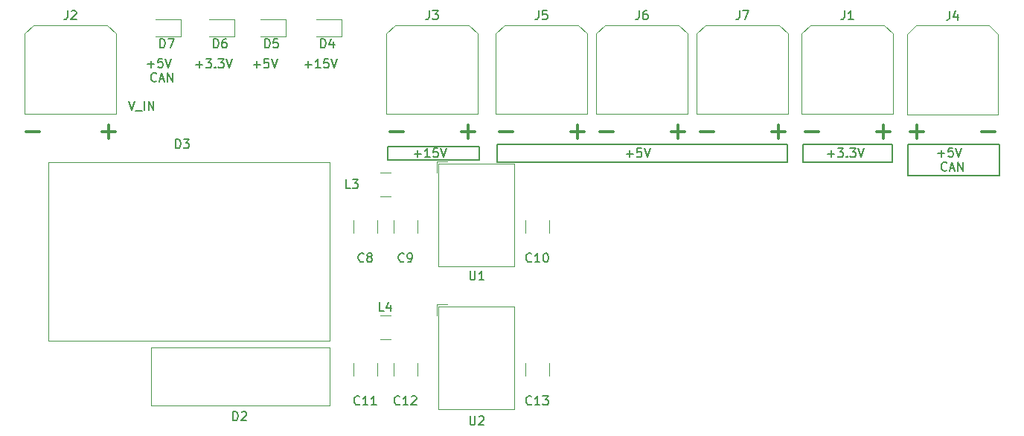
<source format=gbr>
%TF.GenerationSoftware,KiCad,Pcbnew,(6.0.1)*%
%TF.CreationDate,2022-06-01T15:29:54+03:00*%
%TF.ProjectId,Supply_Power,53757070-6c79-45f5-906f-7765722e6b69,rev?*%
%TF.SameCoordinates,Original*%
%TF.FileFunction,Legend,Top*%
%TF.FilePolarity,Positive*%
%FSLAX46Y46*%
G04 Gerber Fmt 4.6, Leading zero omitted, Abs format (unit mm)*
G04 Created by KiCad (PCBNEW (6.0.1)) date 2022-06-01 15:29:54*
%MOMM*%
%LPD*%
G01*
G04 APERTURE LIST*
%ADD10C,0.150000*%
%ADD11C,0.300000*%
%ADD12C,0.120000*%
G04 APERTURE END LIST*
D10*
X85852000Y-39370000D02*
X96266000Y-39370000D01*
X96266000Y-39370000D02*
X96266000Y-40894000D01*
X96266000Y-40894000D02*
X85852000Y-40894000D01*
X85852000Y-40894000D02*
X85852000Y-39370000D01*
X145034000Y-39116000D02*
X155448000Y-39116000D01*
X155448000Y-39116000D02*
X155448000Y-42672000D01*
X155448000Y-42672000D02*
X145034000Y-42672000D01*
X145034000Y-42672000D02*
X145034000Y-39116000D01*
X133096000Y-39116000D02*
X143256000Y-39116000D01*
X143256000Y-39116000D02*
X143256000Y-41148000D01*
X143256000Y-41148000D02*
X133096000Y-41148000D01*
X133096000Y-41148000D02*
X133096000Y-39116000D01*
X98298000Y-39116000D02*
X131318000Y-39116000D01*
X131318000Y-39116000D02*
X131318000Y-41148000D01*
X131318000Y-41148000D02*
X98298000Y-41148000D01*
X98298000Y-41148000D02*
X98298000Y-39116000D01*
D11*
X133350095Y-37734857D02*
X134873904Y-37734857D01*
X109982095Y-37734857D02*
X111505904Y-37734857D01*
X141478095Y-37734857D02*
X143001904Y-37734857D01*
X142240000Y-38496761D02*
X142240000Y-36972952D01*
X129540095Y-37734857D02*
X131063904Y-37734857D01*
X130302000Y-38496761D02*
X130302000Y-36972952D01*
D10*
X58531333Y-30000428D02*
X59293238Y-30000428D01*
X58912285Y-30381380D02*
X58912285Y-29619476D01*
X60245619Y-29381380D02*
X59769428Y-29381380D01*
X59721809Y-29857571D01*
X59769428Y-29809952D01*
X59864666Y-29762333D01*
X60102761Y-29762333D01*
X60198000Y-29809952D01*
X60245619Y-29857571D01*
X60293238Y-29952809D01*
X60293238Y-30190904D01*
X60245619Y-30286142D01*
X60198000Y-30333761D01*
X60102761Y-30381380D01*
X59864666Y-30381380D01*
X59769428Y-30333761D01*
X59721809Y-30286142D01*
X60578952Y-29381380D02*
X60912285Y-30381380D01*
X61245619Y-29381380D01*
X59555142Y-31896142D02*
X59507523Y-31943761D01*
X59364666Y-31991380D01*
X59269428Y-31991380D01*
X59126571Y-31943761D01*
X59031333Y-31848523D01*
X58983714Y-31753285D01*
X58936095Y-31562809D01*
X58936095Y-31419952D01*
X58983714Y-31229476D01*
X59031333Y-31134238D01*
X59126571Y-31039000D01*
X59269428Y-30991380D01*
X59364666Y-30991380D01*
X59507523Y-31039000D01*
X59555142Y-31086619D01*
X59936095Y-31705666D02*
X60412285Y-31705666D01*
X59840857Y-31991380D02*
X60174190Y-30991380D01*
X60507523Y-31991380D01*
X60840857Y-31991380D02*
X60840857Y-30991380D01*
X61412285Y-31991380D01*
X61412285Y-30991380D01*
D11*
X145288095Y-37734857D02*
X146811904Y-37734857D01*
X146050000Y-38496761D02*
X146050000Y-36972952D01*
D10*
X64040000Y-30043428D02*
X64801904Y-30043428D01*
X64420952Y-30424380D02*
X64420952Y-29662476D01*
X65182857Y-29424380D02*
X65801904Y-29424380D01*
X65468571Y-29805333D01*
X65611428Y-29805333D01*
X65706666Y-29852952D01*
X65754285Y-29900571D01*
X65801904Y-29995809D01*
X65801904Y-30233904D01*
X65754285Y-30329142D01*
X65706666Y-30376761D01*
X65611428Y-30424380D01*
X65325714Y-30424380D01*
X65230476Y-30376761D01*
X65182857Y-30329142D01*
X66230476Y-30329142D02*
X66278095Y-30376761D01*
X66230476Y-30424380D01*
X66182857Y-30376761D01*
X66230476Y-30329142D01*
X66230476Y-30424380D01*
X66611428Y-29424380D02*
X67230476Y-29424380D01*
X66897142Y-29805333D01*
X67040000Y-29805333D01*
X67135238Y-29852952D01*
X67182857Y-29900571D01*
X67230476Y-29995809D01*
X67230476Y-30233904D01*
X67182857Y-30329142D01*
X67135238Y-30376761D01*
X67040000Y-30424380D01*
X66754285Y-30424380D01*
X66659047Y-30376761D01*
X66611428Y-30329142D01*
X67516190Y-29424380D02*
X67849523Y-30424380D01*
X68182857Y-29424380D01*
X148447333Y-40160428D02*
X149209238Y-40160428D01*
X148828285Y-40541380D02*
X148828285Y-39779476D01*
X150161619Y-39541380D02*
X149685428Y-39541380D01*
X149637809Y-40017571D01*
X149685428Y-39969952D01*
X149780666Y-39922333D01*
X150018761Y-39922333D01*
X150114000Y-39969952D01*
X150161619Y-40017571D01*
X150209238Y-40112809D01*
X150209238Y-40350904D01*
X150161619Y-40446142D01*
X150114000Y-40493761D01*
X150018761Y-40541380D01*
X149780666Y-40541380D01*
X149685428Y-40493761D01*
X149637809Y-40446142D01*
X150494952Y-39541380D02*
X150828285Y-40541380D01*
X151161619Y-39541380D01*
X149471142Y-42056142D02*
X149423523Y-42103761D01*
X149280666Y-42151380D01*
X149185428Y-42151380D01*
X149042571Y-42103761D01*
X148947333Y-42008523D01*
X148899714Y-41913285D01*
X148852095Y-41722809D01*
X148852095Y-41579952D01*
X148899714Y-41389476D01*
X148947333Y-41294238D01*
X149042571Y-41199000D01*
X149185428Y-41151380D01*
X149280666Y-41151380D01*
X149423523Y-41199000D01*
X149471142Y-41246619D01*
X149852095Y-41865666D02*
X150328285Y-41865666D01*
X149756857Y-42151380D02*
X150090190Y-41151380D01*
X150423523Y-42151380D01*
X150756857Y-42151380D02*
X150756857Y-41151380D01*
X151328285Y-42151380D01*
X151328285Y-41151380D01*
X56435809Y-34250380D02*
X56769142Y-35250380D01*
X57102476Y-34250380D01*
X57197714Y-35345619D02*
X57959619Y-35345619D01*
X58197714Y-35250380D02*
X58197714Y-34250380D01*
X58673904Y-35250380D02*
X58673904Y-34250380D01*
X59245333Y-35250380D01*
X59245333Y-34250380D01*
D11*
X94234095Y-37734857D02*
X95757904Y-37734857D01*
X94996000Y-38496761D02*
X94996000Y-36972952D01*
X98552095Y-37734857D02*
X100075904Y-37734857D01*
D10*
X88916095Y-40203428D02*
X89678000Y-40203428D01*
X89297047Y-40584380D02*
X89297047Y-39822476D01*
X90678000Y-40584380D02*
X90106571Y-40584380D01*
X90392285Y-40584380D02*
X90392285Y-39584380D01*
X90297047Y-39727238D01*
X90201809Y-39822476D01*
X90106571Y-39870095D01*
X91582761Y-39584380D02*
X91106571Y-39584380D01*
X91058952Y-40060571D01*
X91106571Y-40012952D01*
X91201809Y-39965333D01*
X91439904Y-39965333D01*
X91535142Y-40012952D01*
X91582761Y-40060571D01*
X91630380Y-40155809D01*
X91630380Y-40393904D01*
X91582761Y-40489142D01*
X91535142Y-40536761D01*
X91439904Y-40584380D01*
X91201809Y-40584380D01*
X91106571Y-40536761D01*
X91058952Y-40489142D01*
X91916095Y-39584380D02*
X92249428Y-40584380D01*
X92582761Y-39584380D01*
X113014285Y-40203428D02*
X113776190Y-40203428D01*
X113395238Y-40584380D02*
X113395238Y-39822476D01*
X114728571Y-39584380D02*
X114252380Y-39584380D01*
X114204761Y-40060571D01*
X114252380Y-40012952D01*
X114347619Y-39965333D01*
X114585714Y-39965333D01*
X114680952Y-40012952D01*
X114728571Y-40060571D01*
X114776190Y-40155809D01*
X114776190Y-40393904D01*
X114728571Y-40489142D01*
X114680952Y-40536761D01*
X114585714Y-40584380D01*
X114347619Y-40584380D01*
X114252380Y-40536761D01*
X114204761Y-40489142D01*
X115061904Y-39584380D02*
X115395238Y-40584380D01*
X115728571Y-39584380D01*
X70596285Y-30043428D02*
X71358190Y-30043428D01*
X70977238Y-30424380D02*
X70977238Y-29662476D01*
X72310571Y-29424380D02*
X71834380Y-29424380D01*
X71786761Y-29900571D01*
X71834380Y-29852952D01*
X71929619Y-29805333D01*
X72167714Y-29805333D01*
X72262952Y-29852952D01*
X72310571Y-29900571D01*
X72358190Y-29995809D01*
X72358190Y-30233904D01*
X72310571Y-30329142D01*
X72262952Y-30376761D01*
X72167714Y-30424380D01*
X71929619Y-30424380D01*
X71834380Y-30376761D01*
X71786761Y-30329142D01*
X72643904Y-29424380D02*
X72977238Y-30424380D01*
X73310571Y-29424380D01*
D11*
X153416095Y-37734857D02*
X154939904Y-37734857D01*
X53340095Y-37734857D02*
X54863904Y-37734857D01*
X54102000Y-38496761D02*
X54102000Y-36972952D01*
X106680095Y-37734857D02*
X108203904Y-37734857D01*
X107442000Y-38496761D02*
X107442000Y-36972952D01*
X86106095Y-37734857D02*
X87629904Y-37734857D01*
D10*
X76470095Y-30043428D02*
X77232000Y-30043428D01*
X76851047Y-30424380D02*
X76851047Y-29662476D01*
X78232000Y-30424380D02*
X77660571Y-30424380D01*
X77946285Y-30424380D02*
X77946285Y-29424380D01*
X77851047Y-29567238D01*
X77755809Y-29662476D01*
X77660571Y-29710095D01*
X79136761Y-29424380D02*
X78660571Y-29424380D01*
X78612952Y-29900571D01*
X78660571Y-29852952D01*
X78755809Y-29805333D01*
X78993904Y-29805333D01*
X79089142Y-29852952D01*
X79136761Y-29900571D01*
X79184380Y-29995809D01*
X79184380Y-30233904D01*
X79136761Y-30329142D01*
X79089142Y-30376761D01*
X78993904Y-30424380D01*
X78755809Y-30424380D01*
X78660571Y-30376761D01*
X78612952Y-30329142D01*
X79470095Y-29424380D02*
X79803428Y-30424380D01*
X80136761Y-29424380D01*
X135922000Y-40203428D02*
X136683904Y-40203428D01*
X136302952Y-40584380D02*
X136302952Y-39822476D01*
X137064857Y-39584380D02*
X137683904Y-39584380D01*
X137350571Y-39965333D01*
X137493428Y-39965333D01*
X137588666Y-40012952D01*
X137636285Y-40060571D01*
X137683904Y-40155809D01*
X137683904Y-40393904D01*
X137636285Y-40489142D01*
X137588666Y-40536761D01*
X137493428Y-40584380D01*
X137207714Y-40584380D01*
X137112476Y-40536761D01*
X137064857Y-40489142D01*
X138112476Y-40489142D02*
X138160095Y-40536761D01*
X138112476Y-40584380D01*
X138064857Y-40536761D01*
X138112476Y-40489142D01*
X138112476Y-40584380D01*
X138493428Y-39584380D02*
X139112476Y-39584380D01*
X138779142Y-39965333D01*
X138922000Y-39965333D01*
X139017238Y-40012952D01*
X139064857Y-40060571D01*
X139112476Y-40155809D01*
X139112476Y-40393904D01*
X139064857Y-40489142D01*
X139017238Y-40536761D01*
X138922000Y-40584380D01*
X138636285Y-40584380D01*
X138541047Y-40536761D01*
X138493428Y-40489142D01*
X139398190Y-39584380D02*
X139731523Y-40584380D01*
X140064857Y-39584380D01*
D11*
X44704095Y-37734857D02*
X46227904Y-37734857D01*
X121412095Y-37734857D02*
X122935904Y-37734857D01*
X118110095Y-37734857D02*
X119633904Y-37734857D01*
X118872000Y-38496761D02*
X118872000Y-36972952D01*
D10*
%TO.C,J7*%
X125904666Y-23921380D02*
X125904666Y-24635666D01*
X125857047Y-24778523D01*
X125761809Y-24873761D01*
X125618952Y-24921380D01*
X125523714Y-24921380D01*
X126285619Y-23921380D02*
X126952285Y-23921380D01*
X126523714Y-24921380D01*
%TO.C,D6*%
X66063904Y-28138380D02*
X66063904Y-27138380D01*
X66302000Y-27138380D01*
X66444857Y-27186000D01*
X66540095Y-27281238D01*
X66587714Y-27376476D01*
X66635333Y-27566952D01*
X66635333Y-27709809D01*
X66587714Y-27900285D01*
X66540095Y-27995523D01*
X66444857Y-28090761D01*
X66302000Y-28138380D01*
X66063904Y-28138380D01*
X67492476Y-27138380D02*
X67302000Y-27138380D01*
X67206761Y-27186000D01*
X67159142Y-27233619D01*
X67063904Y-27376476D01*
X67016285Y-27566952D01*
X67016285Y-27947904D01*
X67063904Y-28043142D01*
X67111523Y-28090761D01*
X67206761Y-28138380D01*
X67397238Y-28138380D01*
X67492476Y-28090761D01*
X67540095Y-28043142D01*
X67587714Y-27947904D01*
X67587714Y-27709809D01*
X67540095Y-27614571D01*
X67492476Y-27566952D01*
X67397238Y-27519333D01*
X67206761Y-27519333D01*
X67111523Y-27566952D01*
X67063904Y-27614571D01*
X67016285Y-27709809D01*
%TO.C,D3*%
X61747904Y-39568380D02*
X61747904Y-38568380D01*
X61986000Y-38568380D01*
X62128857Y-38616000D01*
X62224095Y-38711238D01*
X62271714Y-38806476D01*
X62319333Y-38996952D01*
X62319333Y-39139809D01*
X62271714Y-39330285D01*
X62224095Y-39425523D01*
X62128857Y-39520761D01*
X61986000Y-39568380D01*
X61747904Y-39568380D01*
X62652666Y-38568380D02*
X63271714Y-38568380D01*
X62938380Y-38949333D01*
X63081238Y-38949333D01*
X63176476Y-38996952D01*
X63224095Y-39044571D01*
X63271714Y-39139809D01*
X63271714Y-39377904D01*
X63224095Y-39473142D01*
X63176476Y-39520761D01*
X63081238Y-39568380D01*
X62795523Y-39568380D01*
X62700285Y-39520761D01*
X62652666Y-39473142D01*
%TO.C,J3*%
X90598666Y-23921380D02*
X90598666Y-24635666D01*
X90551047Y-24778523D01*
X90455809Y-24873761D01*
X90312952Y-24921380D01*
X90217714Y-24921380D01*
X90979619Y-23921380D02*
X91598666Y-23921380D01*
X91265333Y-24302333D01*
X91408190Y-24302333D01*
X91503428Y-24349952D01*
X91551047Y-24397571D01*
X91598666Y-24492809D01*
X91598666Y-24730904D01*
X91551047Y-24826142D01*
X91503428Y-24873761D01*
X91408190Y-24921380D01*
X91122476Y-24921380D01*
X91027238Y-24873761D01*
X90979619Y-24826142D01*
%TO.C,J5*%
X103044666Y-23921380D02*
X103044666Y-24635666D01*
X102997047Y-24778523D01*
X102901809Y-24873761D01*
X102758952Y-24921380D01*
X102663714Y-24921380D01*
X103997047Y-23921380D02*
X103520857Y-23921380D01*
X103473238Y-24397571D01*
X103520857Y-24349952D01*
X103616095Y-24302333D01*
X103854190Y-24302333D01*
X103949428Y-24349952D01*
X103997047Y-24397571D01*
X104044666Y-24492809D01*
X104044666Y-24730904D01*
X103997047Y-24826142D01*
X103949428Y-24873761D01*
X103854190Y-24921380D01*
X103616095Y-24921380D01*
X103520857Y-24873761D01*
X103473238Y-24826142D01*
%TO.C,C8*%
X83145333Y-52427142D02*
X83097714Y-52474761D01*
X82954857Y-52522380D01*
X82859619Y-52522380D01*
X82716761Y-52474761D01*
X82621523Y-52379523D01*
X82573904Y-52284285D01*
X82526285Y-52093809D01*
X82526285Y-51950952D01*
X82573904Y-51760476D01*
X82621523Y-51665238D01*
X82716761Y-51570000D01*
X82859619Y-51522380D01*
X82954857Y-51522380D01*
X83097714Y-51570000D01*
X83145333Y-51617619D01*
X83716761Y-51950952D02*
X83621523Y-51903333D01*
X83573904Y-51855714D01*
X83526285Y-51760476D01*
X83526285Y-51712857D01*
X83573904Y-51617619D01*
X83621523Y-51570000D01*
X83716761Y-51522380D01*
X83907238Y-51522380D01*
X84002476Y-51570000D01*
X84050095Y-51617619D01*
X84097714Y-51712857D01*
X84097714Y-51760476D01*
X84050095Y-51855714D01*
X84002476Y-51903333D01*
X83907238Y-51950952D01*
X83716761Y-51950952D01*
X83621523Y-51998571D01*
X83573904Y-52046190D01*
X83526285Y-52141428D01*
X83526285Y-52331904D01*
X83573904Y-52427142D01*
X83621523Y-52474761D01*
X83716761Y-52522380D01*
X83907238Y-52522380D01*
X84002476Y-52474761D01*
X84050095Y-52427142D01*
X84097714Y-52331904D01*
X84097714Y-52141428D01*
X84050095Y-52046190D01*
X84002476Y-51998571D01*
X83907238Y-51950952D01*
%TO.C,C12*%
X87241142Y-68683142D02*
X87193523Y-68730761D01*
X87050666Y-68778380D01*
X86955428Y-68778380D01*
X86812571Y-68730761D01*
X86717333Y-68635523D01*
X86669714Y-68540285D01*
X86622095Y-68349809D01*
X86622095Y-68206952D01*
X86669714Y-68016476D01*
X86717333Y-67921238D01*
X86812571Y-67826000D01*
X86955428Y-67778380D01*
X87050666Y-67778380D01*
X87193523Y-67826000D01*
X87241142Y-67873619D01*
X88193523Y-68778380D02*
X87622095Y-68778380D01*
X87907809Y-68778380D02*
X87907809Y-67778380D01*
X87812571Y-67921238D01*
X87717333Y-68016476D01*
X87622095Y-68064095D01*
X88574476Y-67873619D02*
X88622095Y-67826000D01*
X88717333Y-67778380D01*
X88955428Y-67778380D01*
X89050666Y-67826000D01*
X89098285Y-67873619D01*
X89145904Y-67968857D01*
X89145904Y-68064095D01*
X89098285Y-68206952D01*
X88526857Y-68778380D01*
X89145904Y-68778380D01*
%TO.C,D4*%
X78255904Y-28138380D02*
X78255904Y-27138380D01*
X78494000Y-27138380D01*
X78636857Y-27186000D01*
X78732095Y-27281238D01*
X78779714Y-27376476D01*
X78827333Y-27566952D01*
X78827333Y-27709809D01*
X78779714Y-27900285D01*
X78732095Y-27995523D01*
X78636857Y-28090761D01*
X78494000Y-28138380D01*
X78255904Y-28138380D01*
X79684476Y-27471714D02*
X79684476Y-28138380D01*
X79446380Y-27090761D02*
X79208285Y-27805047D01*
X79827333Y-27805047D01*
%TO.C,U2*%
X95250095Y-70064380D02*
X95250095Y-70873904D01*
X95297714Y-70969142D01*
X95345333Y-71016761D01*
X95440571Y-71064380D01*
X95631047Y-71064380D01*
X95726285Y-71016761D01*
X95773904Y-70969142D01*
X95821523Y-70873904D01*
X95821523Y-70064380D01*
X96250095Y-70159619D02*
X96297714Y-70112000D01*
X96392952Y-70064380D01*
X96631047Y-70064380D01*
X96726285Y-70112000D01*
X96773904Y-70159619D01*
X96821523Y-70254857D01*
X96821523Y-70350095D01*
X96773904Y-70492952D01*
X96202476Y-71064380D01*
X96821523Y-71064380D01*
%TO.C,C9*%
X87717333Y-52427142D02*
X87669714Y-52474761D01*
X87526857Y-52522380D01*
X87431619Y-52522380D01*
X87288761Y-52474761D01*
X87193523Y-52379523D01*
X87145904Y-52284285D01*
X87098285Y-52093809D01*
X87098285Y-51950952D01*
X87145904Y-51760476D01*
X87193523Y-51665238D01*
X87288761Y-51570000D01*
X87431619Y-51522380D01*
X87526857Y-51522380D01*
X87669714Y-51570000D01*
X87717333Y-51617619D01*
X88193523Y-52522380D02*
X88384000Y-52522380D01*
X88479238Y-52474761D01*
X88526857Y-52427142D01*
X88622095Y-52284285D01*
X88669714Y-52093809D01*
X88669714Y-51712857D01*
X88622095Y-51617619D01*
X88574476Y-51570000D01*
X88479238Y-51522380D01*
X88288761Y-51522380D01*
X88193523Y-51570000D01*
X88145904Y-51617619D01*
X88098285Y-51712857D01*
X88098285Y-51950952D01*
X88145904Y-52046190D01*
X88193523Y-52093809D01*
X88288761Y-52141428D01*
X88479238Y-52141428D01*
X88574476Y-52093809D01*
X88622095Y-52046190D01*
X88669714Y-51950952D01*
%TO.C,C13*%
X102227142Y-68683142D02*
X102179523Y-68730761D01*
X102036666Y-68778380D01*
X101941428Y-68778380D01*
X101798571Y-68730761D01*
X101703333Y-68635523D01*
X101655714Y-68540285D01*
X101608095Y-68349809D01*
X101608095Y-68206952D01*
X101655714Y-68016476D01*
X101703333Y-67921238D01*
X101798571Y-67826000D01*
X101941428Y-67778380D01*
X102036666Y-67778380D01*
X102179523Y-67826000D01*
X102227142Y-67873619D01*
X103179523Y-68778380D02*
X102608095Y-68778380D01*
X102893809Y-68778380D02*
X102893809Y-67778380D01*
X102798571Y-67921238D01*
X102703333Y-68016476D01*
X102608095Y-68064095D01*
X103512857Y-67778380D02*
X104131904Y-67778380D01*
X103798571Y-68159333D01*
X103941428Y-68159333D01*
X104036666Y-68206952D01*
X104084285Y-68254571D01*
X104131904Y-68349809D01*
X104131904Y-68587904D01*
X104084285Y-68683142D01*
X104036666Y-68730761D01*
X103941428Y-68778380D01*
X103655714Y-68778380D01*
X103560476Y-68730761D01*
X103512857Y-68683142D01*
%TO.C,D2*%
X68286904Y-70556380D02*
X68286904Y-69556380D01*
X68525000Y-69556380D01*
X68667857Y-69604000D01*
X68763095Y-69699238D01*
X68810714Y-69794476D01*
X68858333Y-69984952D01*
X68858333Y-70127809D01*
X68810714Y-70318285D01*
X68763095Y-70413523D01*
X68667857Y-70508761D01*
X68525000Y-70556380D01*
X68286904Y-70556380D01*
X69239285Y-69651619D02*
X69286904Y-69604000D01*
X69382142Y-69556380D01*
X69620238Y-69556380D01*
X69715476Y-69604000D01*
X69763095Y-69651619D01*
X69810714Y-69746857D01*
X69810714Y-69842095D01*
X69763095Y-69984952D01*
X69191666Y-70556380D01*
X69810714Y-70556380D01*
%TO.C,U1*%
X95250095Y-53554380D02*
X95250095Y-54363904D01*
X95297714Y-54459142D01*
X95345333Y-54506761D01*
X95440571Y-54554380D01*
X95631047Y-54554380D01*
X95726285Y-54506761D01*
X95773904Y-54459142D01*
X95821523Y-54363904D01*
X95821523Y-53554380D01*
X96821523Y-54554380D02*
X96250095Y-54554380D01*
X96535809Y-54554380D02*
X96535809Y-53554380D01*
X96440571Y-53697238D01*
X96345333Y-53792476D01*
X96250095Y-53840095D01*
%TO.C,D7*%
X59967904Y-28138380D02*
X59967904Y-27138380D01*
X60206000Y-27138380D01*
X60348857Y-27186000D01*
X60444095Y-27281238D01*
X60491714Y-27376476D01*
X60539333Y-27566952D01*
X60539333Y-27709809D01*
X60491714Y-27900285D01*
X60444095Y-27995523D01*
X60348857Y-28090761D01*
X60206000Y-28138380D01*
X59967904Y-28138380D01*
X60872666Y-27138380D02*
X61539333Y-27138380D01*
X61110761Y-28138380D01*
%TO.C,J1*%
X137842666Y-23921380D02*
X137842666Y-24635666D01*
X137795047Y-24778523D01*
X137699809Y-24873761D01*
X137556952Y-24921380D01*
X137461714Y-24921380D01*
X138842666Y-24921380D02*
X138271238Y-24921380D01*
X138556952Y-24921380D02*
X138556952Y-23921380D01*
X138461714Y-24064238D01*
X138366476Y-24159476D01*
X138271238Y-24207095D01*
%TO.C,J2*%
X49450666Y-23921380D02*
X49450666Y-24635666D01*
X49403047Y-24778523D01*
X49307809Y-24873761D01*
X49164952Y-24921380D01*
X49069714Y-24921380D01*
X49879238Y-24016619D02*
X49926857Y-23969000D01*
X50022095Y-23921380D01*
X50260190Y-23921380D01*
X50355428Y-23969000D01*
X50403047Y-24016619D01*
X50450666Y-24111857D01*
X50450666Y-24207095D01*
X50403047Y-24349952D01*
X49831619Y-24921380D01*
X50450666Y-24921380D01*
%TO.C,J4*%
X149804666Y-23966380D02*
X149804666Y-24680666D01*
X149757047Y-24823523D01*
X149661809Y-24918761D01*
X149518952Y-24966380D01*
X149423714Y-24966380D01*
X150709428Y-24299714D02*
X150709428Y-24966380D01*
X150471333Y-23918761D02*
X150233238Y-24633047D01*
X150852285Y-24633047D01*
%TO.C,C10*%
X102227142Y-52427142D02*
X102179523Y-52474761D01*
X102036666Y-52522380D01*
X101941428Y-52522380D01*
X101798571Y-52474761D01*
X101703333Y-52379523D01*
X101655714Y-52284285D01*
X101608095Y-52093809D01*
X101608095Y-51950952D01*
X101655714Y-51760476D01*
X101703333Y-51665238D01*
X101798571Y-51570000D01*
X101941428Y-51522380D01*
X102036666Y-51522380D01*
X102179523Y-51570000D01*
X102227142Y-51617619D01*
X103179523Y-52522380D02*
X102608095Y-52522380D01*
X102893809Y-52522380D02*
X102893809Y-51522380D01*
X102798571Y-51665238D01*
X102703333Y-51760476D01*
X102608095Y-51808095D01*
X103798571Y-51522380D02*
X103893809Y-51522380D01*
X103989047Y-51570000D01*
X104036666Y-51617619D01*
X104084285Y-51712857D01*
X104131904Y-51903333D01*
X104131904Y-52141428D01*
X104084285Y-52331904D01*
X104036666Y-52427142D01*
X103989047Y-52474761D01*
X103893809Y-52522380D01*
X103798571Y-52522380D01*
X103703333Y-52474761D01*
X103655714Y-52427142D01*
X103608095Y-52331904D01*
X103560476Y-52141428D01*
X103560476Y-51903333D01*
X103608095Y-51712857D01*
X103655714Y-51617619D01*
X103703333Y-51570000D01*
X103798571Y-51522380D01*
%TO.C,L4*%
X85431333Y-58116380D02*
X84955142Y-58116380D01*
X84955142Y-57116380D01*
X86193238Y-57449714D02*
X86193238Y-58116380D01*
X85955142Y-57068761D02*
X85717047Y-57783047D01*
X86336095Y-57783047D01*
%TO.C,C11*%
X82669142Y-68683142D02*
X82621523Y-68730761D01*
X82478666Y-68778380D01*
X82383428Y-68778380D01*
X82240571Y-68730761D01*
X82145333Y-68635523D01*
X82097714Y-68540285D01*
X82050095Y-68349809D01*
X82050095Y-68206952D01*
X82097714Y-68016476D01*
X82145333Y-67921238D01*
X82240571Y-67826000D01*
X82383428Y-67778380D01*
X82478666Y-67778380D01*
X82621523Y-67826000D01*
X82669142Y-67873619D01*
X83621523Y-68778380D02*
X83050095Y-68778380D01*
X83335809Y-68778380D02*
X83335809Y-67778380D01*
X83240571Y-67921238D01*
X83145333Y-68016476D01*
X83050095Y-68064095D01*
X84573904Y-68778380D02*
X84002476Y-68778380D01*
X84288190Y-68778380D02*
X84288190Y-67778380D01*
X84192952Y-67921238D01*
X84097714Y-68016476D01*
X84002476Y-68064095D01*
%TO.C,D5*%
X71905904Y-28138380D02*
X71905904Y-27138380D01*
X72144000Y-27138380D01*
X72286857Y-27186000D01*
X72382095Y-27281238D01*
X72429714Y-27376476D01*
X72477333Y-27566952D01*
X72477333Y-27709809D01*
X72429714Y-27900285D01*
X72382095Y-27995523D01*
X72286857Y-28090761D01*
X72144000Y-28138380D01*
X71905904Y-28138380D01*
X73382095Y-27138380D02*
X72905904Y-27138380D01*
X72858285Y-27614571D01*
X72905904Y-27566952D01*
X73001142Y-27519333D01*
X73239238Y-27519333D01*
X73334476Y-27566952D01*
X73382095Y-27614571D01*
X73429714Y-27709809D01*
X73429714Y-27947904D01*
X73382095Y-28043142D01*
X73334476Y-28090761D01*
X73239238Y-28138380D01*
X73001142Y-28138380D01*
X72905904Y-28090761D01*
X72858285Y-28043142D01*
%TO.C,J6*%
X114474666Y-23921380D02*
X114474666Y-24635666D01*
X114427047Y-24778523D01*
X114331809Y-24873761D01*
X114188952Y-24921380D01*
X114093714Y-24921380D01*
X115379428Y-23921380D02*
X115188952Y-23921380D01*
X115093714Y-23969000D01*
X115046095Y-24016619D01*
X114950857Y-24159476D01*
X114903238Y-24349952D01*
X114903238Y-24730904D01*
X114950857Y-24826142D01*
X114998476Y-24873761D01*
X115093714Y-24921380D01*
X115284190Y-24921380D01*
X115379428Y-24873761D01*
X115427047Y-24826142D01*
X115474666Y-24730904D01*
X115474666Y-24492809D01*
X115427047Y-24397571D01*
X115379428Y-24349952D01*
X115284190Y-24302333D01*
X115093714Y-24302333D01*
X114998476Y-24349952D01*
X114950857Y-24397571D01*
X114903238Y-24492809D01*
%TO.C,L3*%
X81621333Y-44140380D02*
X81145142Y-44140380D01*
X81145142Y-43140380D01*
X81859428Y-43140380D02*
X82478476Y-43140380D01*
X82145142Y-43521333D01*
X82288000Y-43521333D01*
X82383238Y-43568952D01*
X82430857Y-43616571D01*
X82478476Y-43711809D01*
X82478476Y-43949904D01*
X82430857Y-44045142D01*
X82383238Y-44092761D01*
X82288000Y-44140380D01*
X82002285Y-44140380D01*
X81907047Y-44092761D01*
X81859428Y-44045142D01*
D12*
%TO.C,J7*%
X122053000Y-25559000D02*
X130423000Y-25559000D01*
X121053000Y-35689000D02*
X121053000Y-26559000D01*
X131423000Y-35689000D02*
X121053000Y-35689000D01*
X121053000Y-26559000D02*
X122053000Y-25559000D01*
X131423000Y-26559000D02*
X131423000Y-35689000D01*
X130423000Y-25559000D02*
X131423000Y-26559000D01*
%TO.C,D6*%
X68408000Y-24948000D02*
X65548000Y-24948000D01*
X65548000Y-26868000D02*
X68408000Y-26868000D01*
X68408000Y-26868000D02*
X68408000Y-24948000D01*
%TO.C,D3*%
X47246000Y-41148000D02*
X47246000Y-61468000D01*
X79246000Y-41148000D02*
X79246000Y-61468000D01*
X79246000Y-61468000D02*
X47246000Y-61468000D01*
X79246000Y-41148000D02*
X47246000Y-41148000D01*
%TO.C,J3*%
X96117000Y-26559000D02*
X96117000Y-35689000D01*
X86747000Y-25559000D02*
X95117000Y-25559000D01*
X85747000Y-26559000D02*
X86747000Y-25559000D01*
X95117000Y-25559000D02*
X96117000Y-26559000D01*
X96117000Y-35689000D02*
X85747000Y-35689000D01*
X85747000Y-35689000D02*
X85747000Y-26559000D01*
%TO.C,J5*%
X98193000Y-26559000D02*
X99193000Y-25559000D01*
X107563000Y-25559000D02*
X108563000Y-26559000D01*
X98193000Y-35689000D02*
X98193000Y-26559000D01*
X99193000Y-25559000D02*
X107563000Y-25559000D01*
X108563000Y-26559000D02*
X108563000Y-35689000D01*
X108563000Y-35689000D02*
X98193000Y-35689000D01*
%TO.C,C8*%
X81952000Y-47802748D02*
X81952000Y-49225252D01*
X84672000Y-47802748D02*
X84672000Y-49225252D01*
%TO.C,C12*%
X86524000Y-64058748D02*
X86524000Y-65481252D01*
X89244000Y-64058748D02*
X89244000Y-65481252D01*
%TO.C,D4*%
X80600000Y-26868000D02*
X80600000Y-24948000D01*
X77740000Y-26868000D02*
X80600000Y-26868000D01*
X80600000Y-24948000D02*
X77740000Y-24948000D01*
%TO.C,U2*%
X100286000Y-57589000D02*
X100286000Y-69310000D01*
X92666000Y-57349000D02*
X91426000Y-57349000D01*
X100286000Y-57589000D02*
X91666000Y-57589000D01*
X91666000Y-57589000D02*
X91666000Y-69310000D01*
X91426000Y-57349000D02*
X91426000Y-58589000D01*
X100286000Y-69310000D02*
X91666000Y-69310000D01*
%TO.C,C9*%
X86524000Y-47802748D02*
X86524000Y-49225252D01*
X89244000Y-47802748D02*
X89244000Y-49225252D01*
%TO.C,C13*%
X101510000Y-65481252D02*
X101510000Y-64058748D01*
X104230000Y-65481252D02*
X104230000Y-64058748D01*
%TO.C,D2*%
X58975000Y-68832000D02*
X58975000Y-62232000D01*
X58975000Y-62232000D02*
X79275000Y-62232000D01*
X79275000Y-68832000D02*
X58975000Y-68832000D01*
X79275000Y-68832000D02*
X79275000Y-62232000D01*
%TO.C,U1*%
X91666000Y-41333000D02*
X91666000Y-53054000D01*
X100286000Y-41333000D02*
X91666000Y-41333000D01*
X92666000Y-41093000D02*
X91426000Y-41093000D01*
X100286000Y-41333000D02*
X100286000Y-53054000D01*
X100286000Y-53054000D02*
X91666000Y-53054000D01*
X91426000Y-41093000D02*
X91426000Y-42333000D01*
%TO.C,D7*%
X62312000Y-24948000D02*
X59452000Y-24948000D01*
X62312000Y-26868000D02*
X62312000Y-24948000D01*
X59452000Y-26868000D02*
X62312000Y-26868000D01*
%TO.C,J1*%
X142361000Y-25559000D02*
X143361000Y-26559000D01*
X132991000Y-26559000D02*
X133991000Y-25559000D01*
X143361000Y-35689000D02*
X132991000Y-35689000D01*
X132991000Y-35689000D02*
X132991000Y-26559000D01*
X143361000Y-26559000D02*
X143361000Y-35689000D01*
X133991000Y-25559000D02*
X142361000Y-25559000D01*
%TO.C,J2*%
X45599000Y-25559000D02*
X53969000Y-25559000D01*
X53969000Y-25559000D02*
X54969000Y-26559000D01*
X54969000Y-35689000D02*
X44599000Y-35689000D01*
X44599000Y-26559000D02*
X45599000Y-25559000D01*
X54969000Y-26559000D02*
X54969000Y-35689000D01*
X44599000Y-35689000D02*
X44599000Y-26559000D01*
%TO.C,J4*%
X155323000Y-35734000D02*
X144953000Y-35734000D01*
X154323000Y-25604000D02*
X155323000Y-26604000D01*
X144953000Y-26604000D02*
X145953000Y-25604000D01*
X155323000Y-26604000D02*
X155323000Y-35734000D01*
X145953000Y-25604000D02*
X154323000Y-25604000D01*
X144953000Y-35734000D02*
X144953000Y-26604000D01*
%TO.C,C10*%
X101510000Y-49225252D02*
X101510000Y-47802748D01*
X104230000Y-49225252D02*
X104230000Y-47802748D01*
%TO.C,L4*%
X84995936Y-61304000D02*
X86200064Y-61304000D01*
X84995936Y-58584000D02*
X86200064Y-58584000D01*
%TO.C,C11*%
X81952000Y-64058748D02*
X81952000Y-65481252D01*
X84672000Y-64058748D02*
X84672000Y-65481252D01*
%TO.C,D5*%
X74250000Y-24948000D02*
X71390000Y-24948000D01*
X71390000Y-26868000D02*
X74250000Y-26868000D01*
X74250000Y-26868000D02*
X74250000Y-24948000D01*
%TO.C,J6*%
X118993000Y-25559000D02*
X119993000Y-26559000D01*
X109623000Y-26559000D02*
X110623000Y-25559000D01*
X110623000Y-25559000D02*
X118993000Y-25559000D01*
X119993000Y-26559000D02*
X119993000Y-35689000D01*
X119993000Y-35689000D02*
X109623000Y-35689000D01*
X109623000Y-35689000D02*
X109623000Y-26559000D01*
%TO.C,L3*%
X84995936Y-42328000D02*
X86200064Y-42328000D01*
X84995936Y-45048000D02*
X86200064Y-45048000D01*
%TD*%
M02*

</source>
